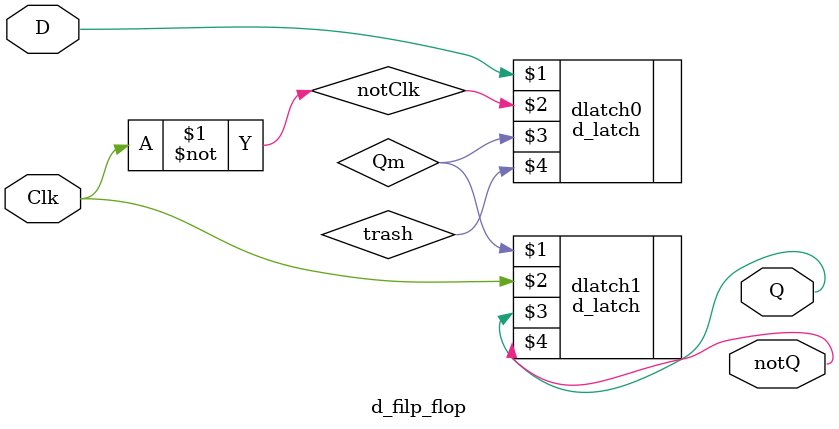
<source format=v>
`timescale 1ns / 1ps
`default_nettype none


module d_filp_flop(Q, notQ, Clk, D);
    input wire Clk, D;
    output wire Q, notQ;
    wire Qm, trash, notClk;
    not not0(notClk, Clk);
    d_latch dlatch0(D, notClk, Qm, trash);
    d_latch dlatch1(Qm, Clk, Q, notQ);
endmodule

</source>
